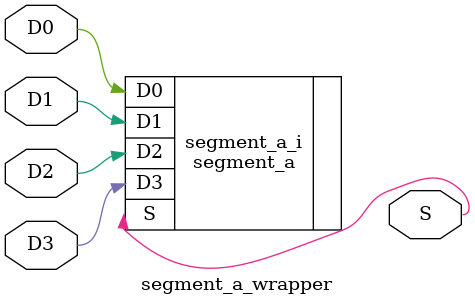
<source format=v>
`timescale 1 ps / 1 ps

module segment_a_wrapper
   (D0,
    D1,
    D2,
    D3,
    S);
  input D0;
  input D1;
  input D2;
  input D3;
  output S;

  wire D0;
  wire D1;
  wire D2;
  wire D3;
  wire S;

  segment_a segment_a_i
       (.D0(D0),
        .D1(D1),
        .D2(D2),
        .D3(D3),
        .S(S));
endmodule

</source>
